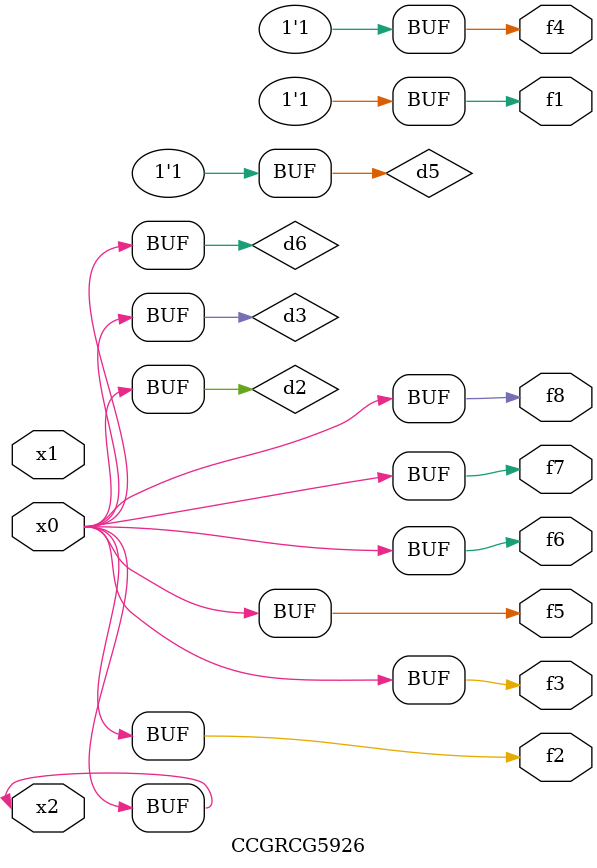
<source format=v>
module CCGRCG5926(
	input x0, x1, x2,
	output f1, f2, f3, f4, f5, f6, f7, f8
);

	wire d1, d2, d3, d4, d5, d6;

	xnor (d1, x2);
	buf (d2, x0, x2);
	and (d3, x0);
	xnor (d4, x1, x2);
	nand (d5, d1, d3);
	buf (d6, d2, d3);
	assign f1 = d5;
	assign f2 = d6;
	assign f3 = d6;
	assign f4 = d5;
	assign f5 = d6;
	assign f6 = d6;
	assign f7 = d6;
	assign f8 = d6;
endmodule

</source>
